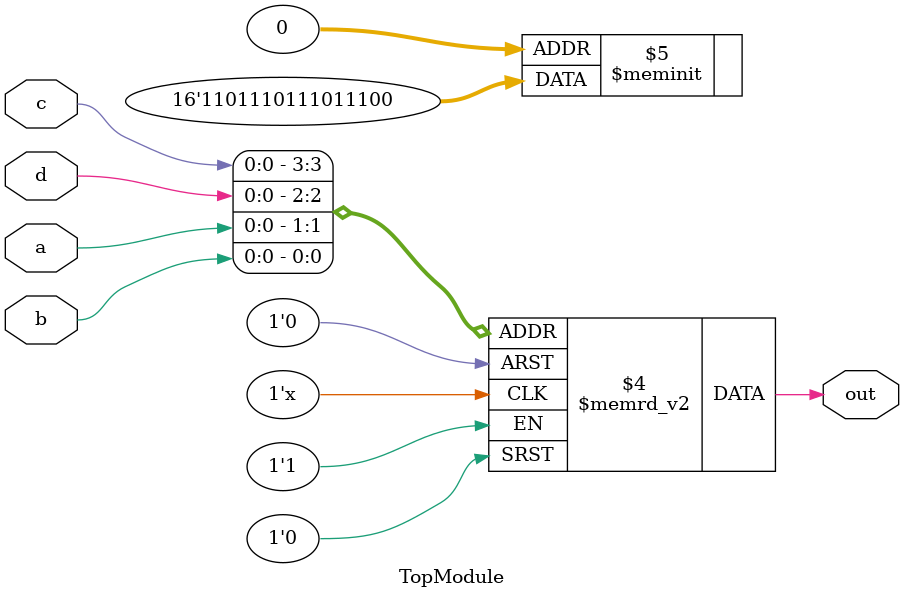
<source format=sv>
module TopModule (
    input logic a,
    input logic b,
    input logic c,
    input logic d,
    output logic out
);

always @(*) begin
    case ({c, d, a, b})
        4'b00_00: out = 1'b0;  // ab = 00
        4'b00_01: out = 1'b0;  // ab = 01
        4'b00_10: out = 1'b1;  // ab = 10
        4'b00_11: out = 1'b1;  // ab = 11
        4'b01_00: out = 1'b1;  // ab = 00
        4'b01_01: out = 1'b0;  // ab = 01
        4'b01_10: out = 1'b1;  // ab = 10
        4'b01_11: out = 1'b1;  // ab = 11
        4'b10_00: out = 1'b1;  // ab = 00
        4'b10_01: out = 1'b0;  // ab = 01
        4'b10_10: out = 1'b1;  // ab = 10
        4'b10_11: out = 1'b1;  // ab = 11
        4'b11_00: out = 1'b1;  // ab = 00
        4'b11_01: out = 1'b0;  // ab = 01
        4'b11_10: out = 1'b1;  // ab = 10
        4'b11_11: out = 1'b1;  // ab = 11
        default: out = 1'b0;    // Default case
    endcase
end

endmodule
</source>
